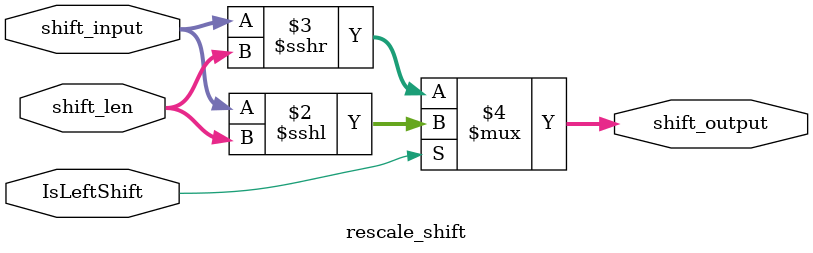
<source format=v>
module rescale_shift (IsLeftShift,shift_input,shift_len,shift_output);
	input IsLeftShift;
	input signed [15:0] shift_input;
	input [3:0] shift_len;
	output signed [15:0] shift_output;
	assign shift_output = (IsLeftShift == 1'b1)? (shift_input <<< shift_len):(shift_input >>> shift_len);
endmodule
</source>
